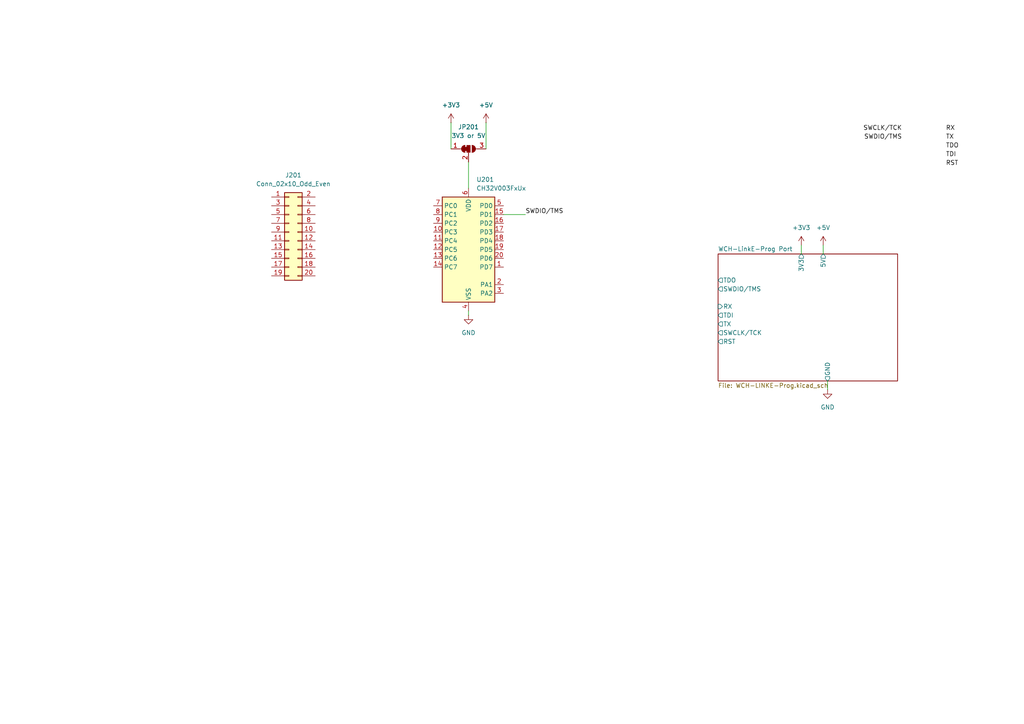
<source format=kicad_sch>
(kicad_sch
	(version 20250114)
	(generator "eeschema")
	(generator_version "9.0")
	(uuid "4917f8aa-5786-4131-ae0c-48bfe8480b82")
	(paper "A4")
	(title_block
		(title "CHeepCore")
		(date "2025-08-06")
		(rev "0.0.1a")
		(company "VollständigerName")
		(comment 1 "github.com/VollstaendigerName")
		(comment 4 "CH32V003")
	)
	(lib_symbols
		(symbol "Connector_Generic:Conn_02x10_Odd_Even"
			(pin_names
				(offset 1.016)
				(hide yes)
			)
			(exclude_from_sim no)
			(in_bom yes)
			(on_board yes)
			(property "Reference" "J"
				(at 1.27 12.7 0)
				(effects
					(font
						(size 1.27 1.27)
					)
				)
			)
			(property "Value" "Conn_02x10_Odd_Even"
				(at 1.27 -15.24 0)
				(effects
					(font
						(size 1.27 1.27)
					)
				)
			)
			(property "Footprint" ""
				(at 0 0 0)
				(effects
					(font
						(size 1.27 1.27)
					)
					(hide yes)
				)
			)
			(property "Datasheet" "~"
				(at 0 0 0)
				(effects
					(font
						(size 1.27 1.27)
					)
					(hide yes)
				)
			)
			(property "Description" "Generic connector, double row, 02x10, odd/even pin numbering scheme (row 1 odd numbers, row 2 even numbers), script generated (kicad-library-utils/schlib/autogen/connector/)"
				(at 0 0 0)
				(effects
					(font
						(size 1.27 1.27)
					)
					(hide yes)
				)
			)
			(property "ki_keywords" "connector"
				(at 0 0 0)
				(effects
					(font
						(size 1.27 1.27)
					)
					(hide yes)
				)
			)
			(property "ki_fp_filters" "Connector*:*_2x??_*"
				(at 0 0 0)
				(effects
					(font
						(size 1.27 1.27)
					)
					(hide yes)
				)
			)
			(symbol "Conn_02x10_Odd_Even_1_1"
				(rectangle
					(start -1.27 11.43)
					(end 3.81 -13.97)
					(stroke
						(width 0.254)
						(type default)
					)
					(fill
						(type background)
					)
				)
				(rectangle
					(start -1.27 10.287)
					(end 0 10.033)
					(stroke
						(width 0.1524)
						(type default)
					)
					(fill
						(type none)
					)
				)
				(rectangle
					(start -1.27 7.747)
					(end 0 7.493)
					(stroke
						(width 0.1524)
						(type default)
					)
					(fill
						(type none)
					)
				)
				(rectangle
					(start -1.27 5.207)
					(end 0 4.953)
					(stroke
						(width 0.1524)
						(type default)
					)
					(fill
						(type none)
					)
				)
				(rectangle
					(start -1.27 2.667)
					(end 0 2.413)
					(stroke
						(width 0.1524)
						(type default)
					)
					(fill
						(type none)
					)
				)
				(rectangle
					(start -1.27 0.127)
					(end 0 -0.127)
					(stroke
						(width 0.1524)
						(type default)
					)
					(fill
						(type none)
					)
				)
				(rectangle
					(start -1.27 -2.413)
					(end 0 -2.667)
					(stroke
						(width 0.1524)
						(type default)
					)
					(fill
						(type none)
					)
				)
				(rectangle
					(start -1.27 -4.953)
					(end 0 -5.207)
					(stroke
						(width 0.1524)
						(type default)
					)
					(fill
						(type none)
					)
				)
				(rectangle
					(start -1.27 -7.493)
					(end 0 -7.747)
					(stroke
						(width 0.1524)
						(type default)
					)
					(fill
						(type none)
					)
				)
				(rectangle
					(start -1.27 -10.033)
					(end 0 -10.287)
					(stroke
						(width 0.1524)
						(type default)
					)
					(fill
						(type none)
					)
				)
				(rectangle
					(start -1.27 -12.573)
					(end 0 -12.827)
					(stroke
						(width 0.1524)
						(type default)
					)
					(fill
						(type none)
					)
				)
				(rectangle
					(start 3.81 10.287)
					(end 2.54 10.033)
					(stroke
						(width 0.1524)
						(type default)
					)
					(fill
						(type none)
					)
				)
				(rectangle
					(start 3.81 7.747)
					(end 2.54 7.493)
					(stroke
						(width 0.1524)
						(type default)
					)
					(fill
						(type none)
					)
				)
				(rectangle
					(start 3.81 5.207)
					(end 2.54 4.953)
					(stroke
						(width 0.1524)
						(type default)
					)
					(fill
						(type none)
					)
				)
				(rectangle
					(start 3.81 2.667)
					(end 2.54 2.413)
					(stroke
						(width 0.1524)
						(type default)
					)
					(fill
						(type none)
					)
				)
				(rectangle
					(start 3.81 0.127)
					(end 2.54 -0.127)
					(stroke
						(width 0.1524)
						(type default)
					)
					(fill
						(type none)
					)
				)
				(rectangle
					(start 3.81 -2.413)
					(end 2.54 -2.667)
					(stroke
						(width 0.1524)
						(type default)
					)
					(fill
						(type none)
					)
				)
				(rectangle
					(start 3.81 -4.953)
					(end 2.54 -5.207)
					(stroke
						(width 0.1524)
						(type default)
					)
					(fill
						(type none)
					)
				)
				(rectangle
					(start 3.81 -7.493)
					(end 2.54 -7.747)
					(stroke
						(width 0.1524)
						(type default)
					)
					(fill
						(type none)
					)
				)
				(rectangle
					(start 3.81 -10.033)
					(end 2.54 -10.287)
					(stroke
						(width 0.1524)
						(type default)
					)
					(fill
						(type none)
					)
				)
				(rectangle
					(start 3.81 -12.573)
					(end 2.54 -12.827)
					(stroke
						(width 0.1524)
						(type default)
					)
					(fill
						(type none)
					)
				)
				(pin passive line
					(at -5.08 10.16 0)
					(length 3.81)
					(name "Pin_1"
						(effects
							(font
								(size 1.27 1.27)
							)
						)
					)
					(number "1"
						(effects
							(font
								(size 1.27 1.27)
							)
						)
					)
				)
				(pin passive line
					(at -5.08 7.62 0)
					(length 3.81)
					(name "Pin_3"
						(effects
							(font
								(size 1.27 1.27)
							)
						)
					)
					(number "3"
						(effects
							(font
								(size 1.27 1.27)
							)
						)
					)
				)
				(pin passive line
					(at -5.08 5.08 0)
					(length 3.81)
					(name "Pin_5"
						(effects
							(font
								(size 1.27 1.27)
							)
						)
					)
					(number "5"
						(effects
							(font
								(size 1.27 1.27)
							)
						)
					)
				)
				(pin passive line
					(at -5.08 2.54 0)
					(length 3.81)
					(name "Pin_7"
						(effects
							(font
								(size 1.27 1.27)
							)
						)
					)
					(number "7"
						(effects
							(font
								(size 1.27 1.27)
							)
						)
					)
				)
				(pin passive line
					(at -5.08 0 0)
					(length 3.81)
					(name "Pin_9"
						(effects
							(font
								(size 1.27 1.27)
							)
						)
					)
					(number "9"
						(effects
							(font
								(size 1.27 1.27)
							)
						)
					)
				)
				(pin passive line
					(at -5.08 -2.54 0)
					(length 3.81)
					(name "Pin_11"
						(effects
							(font
								(size 1.27 1.27)
							)
						)
					)
					(number "11"
						(effects
							(font
								(size 1.27 1.27)
							)
						)
					)
				)
				(pin passive line
					(at -5.08 -5.08 0)
					(length 3.81)
					(name "Pin_13"
						(effects
							(font
								(size 1.27 1.27)
							)
						)
					)
					(number "13"
						(effects
							(font
								(size 1.27 1.27)
							)
						)
					)
				)
				(pin passive line
					(at -5.08 -7.62 0)
					(length 3.81)
					(name "Pin_15"
						(effects
							(font
								(size 1.27 1.27)
							)
						)
					)
					(number "15"
						(effects
							(font
								(size 1.27 1.27)
							)
						)
					)
				)
				(pin passive line
					(at -5.08 -10.16 0)
					(length 3.81)
					(name "Pin_17"
						(effects
							(font
								(size 1.27 1.27)
							)
						)
					)
					(number "17"
						(effects
							(font
								(size 1.27 1.27)
							)
						)
					)
				)
				(pin passive line
					(at -5.08 -12.7 0)
					(length 3.81)
					(name "Pin_19"
						(effects
							(font
								(size 1.27 1.27)
							)
						)
					)
					(number "19"
						(effects
							(font
								(size 1.27 1.27)
							)
						)
					)
				)
				(pin passive line
					(at 7.62 10.16 180)
					(length 3.81)
					(name "Pin_2"
						(effects
							(font
								(size 1.27 1.27)
							)
						)
					)
					(number "2"
						(effects
							(font
								(size 1.27 1.27)
							)
						)
					)
				)
				(pin passive line
					(at 7.62 7.62 180)
					(length 3.81)
					(name "Pin_4"
						(effects
							(font
								(size 1.27 1.27)
							)
						)
					)
					(number "4"
						(effects
							(font
								(size 1.27 1.27)
							)
						)
					)
				)
				(pin passive line
					(at 7.62 5.08 180)
					(length 3.81)
					(name "Pin_6"
						(effects
							(font
								(size 1.27 1.27)
							)
						)
					)
					(number "6"
						(effects
							(font
								(size 1.27 1.27)
							)
						)
					)
				)
				(pin passive line
					(at 7.62 2.54 180)
					(length 3.81)
					(name "Pin_8"
						(effects
							(font
								(size 1.27 1.27)
							)
						)
					)
					(number "8"
						(effects
							(font
								(size 1.27 1.27)
							)
						)
					)
				)
				(pin passive line
					(at 7.62 0 180)
					(length 3.81)
					(name "Pin_10"
						(effects
							(font
								(size 1.27 1.27)
							)
						)
					)
					(number "10"
						(effects
							(font
								(size 1.27 1.27)
							)
						)
					)
				)
				(pin passive line
					(at 7.62 -2.54 180)
					(length 3.81)
					(name "Pin_12"
						(effects
							(font
								(size 1.27 1.27)
							)
						)
					)
					(number "12"
						(effects
							(font
								(size 1.27 1.27)
							)
						)
					)
				)
				(pin passive line
					(at 7.62 -5.08 180)
					(length 3.81)
					(name "Pin_14"
						(effects
							(font
								(size 1.27 1.27)
							)
						)
					)
					(number "14"
						(effects
							(font
								(size 1.27 1.27)
							)
						)
					)
				)
				(pin passive line
					(at 7.62 -7.62 180)
					(length 3.81)
					(name "Pin_16"
						(effects
							(font
								(size 1.27 1.27)
							)
						)
					)
					(number "16"
						(effects
							(font
								(size 1.27 1.27)
							)
						)
					)
				)
				(pin passive line
					(at 7.62 -10.16 180)
					(length 3.81)
					(name "Pin_18"
						(effects
							(font
								(size 1.27 1.27)
							)
						)
					)
					(number "18"
						(effects
							(font
								(size 1.27 1.27)
							)
						)
					)
				)
				(pin passive line
					(at 7.62 -12.7 180)
					(length 3.81)
					(name "Pin_20"
						(effects
							(font
								(size 1.27 1.27)
							)
						)
					)
					(number "20"
						(effects
							(font
								(size 1.27 1.27)
							)
						)
					)
				)
			)
			(embedded_fonts no)
		)
		(symbol "Jumper:SolderJumper_3_Bridged12"
			(pin_names
				(offset 0)
				(hide yes)
			)
			(exclude_from_sim yes)
			(in_bom no)
			(on_board yes)
			(property "Reference" "JP"
				(at -2.54 -2.54 0)
				(effects
					(font
						(size 1.27 1.27)
					)
				)
			)
			(property "Value" "SolderJumper_3_Bridged12"
				(at 0 2.794 0)
				(effects
					(font
						(size 1.27 1.27)
					)
				)
			)
			(property "Footprint" ""
				(at 0 0 0)
				(effects
					(font
						(size 1.27 1.27)
					)
					(hide yes)
				)
			)
			(property "Datasheet" "~"
				(at 0 0 0)
				(effects
					(font
						(size 1.27 1.27)
					)
					(hide yes)
				)
			)
			(property "Description" "3-pole Solder Jumper, pins 1+2 closed/bridged"
				(at 0 0 0)
				(effects
					(font
						(size 1.27 1.27)
					)
					(hide yes)
				)
			)
			(property "ki_keywords" "Solder Jumper SPDT"
				(at 0 0 0)
				(effects
					(font
						(size 1.27 1.27)
					)
					(hide yes)
				)
			)
			(property "ki_fp_filters" "SolderJumper*Bridged12*"
				(at 0 0 0)
				(effects
					(font
						(size 1.27 1.27)
					)
					(hide yes)
				)
			)
			(symbol "SolderJumper_3_Bridged12_0_1"
				(polyline
					(pts
						(xy -2.54 0) (xy -2.032 0)
					)
					(stroke
						(width 0)
						(type default)
					)
					(fill
						(type none)
					)
				)
				(polyline
					(pts
						(xy -1.016 1.016) (xy -1.016 -1.016)
					)
					(stroke
						(width 0)
						(type default)
					)
					(fill
						(type none)
					)
				)
				(rectangle
					(start -1.016 0.508)
					(end -0.508 -0.508)
					(stroke
						(width 0)
						(type default)
					)
					(fill
						(type outline)
					)
				)
				(arc
					(start -1.016 -1.016)
					(mid -2.0276 0)
					(end -1.016 1.016)
					(stroke
						(width 0)
						(type default)
					)
					(fill
						(type none)
					)
				)
				(arc
					(start -1.016 -1.016)
					(mid -2.0276 0)
					(end -1.016 1.016)
					(stroke
						(width 0)
						(type default)
					)
					(fill
						(type outline)
					)
				)
				(rectangle
					(start -0.508 1.016)
					(end 0.508 -1.016)
					(stroke
						(width 0)
						(type default)
					)
					(fill
						(type outline)
					)
				)
				(polyline
					(pts
						(xy 0 -1.27) (xy 0 -1.016)
					)
					(stroke
						(width 0)
						(type default)
					)
					(fill
						(type none)
					)
				)
				(arc
					(start 1.016 1.016)
					(mid 2.0276 0)
					(end 1.016 -1.016)
					(stroke
						(width 0)
						(type default)
					)
					(fill
						(type none)
					)
				)
				(arc
					(start 1.016 1.016)
					(mid 2.0276 0)
					(end 1.016 -1.016)
					(stroke
						(width 0)
						(type default)
					)
					(fill
						(type outline)
					)
				)
				(polyline
					(pts
						(xy 1.016 1.016) (xy 1.016 -1.016)
					)
					(stroke
						(width 0)
						(type default)
					)
					(fill
						(type none)
					)
				)
				(polyline
					(pts
						(xy 2.54 0) (xy 2.032 0)
					)
					(stroke
						(width 0)
						(type default)
					)
					(fill
						(type none)
					)
				)
			)
			(symbol "SolderJumper_3_Bridged12_1_1"
				(pin passive line
					(at -5.08 0 0)
					(length 2.54)
					(name "A"
						(effects
							(font
								(size 1.27 1.27)
							)
						)
					)
					(number "1"
						(effects
							(font
								(size 1.27 1.27)
							)
						)
					)
				)
				(pin passive line
					(at 0 -3.81 90)
					(length 2.54)
					(name "C"
						(effects
							(font
								(size 1.27 1.27)
							)
						)
					)
					(number "2"
						(effects
							(font
								(size 1.27 1.27)
							)
						)
					)
				)
				(pin passive line
					(at 5.08 0 180)
					(length 2.54)
					(name "B"
						(effects
							(font
								(size 1.27 1.27)
							)
						)
					)
					(number "3"
						(effects
							(font
								(size 1.27 1.27)
							)
						)
					)
				)
			)
			(embedded_fonts no)
		)
		(symbol "MCU_WCH_CH32V0:CH32V003FxUx"
			(exclude_from_sim no)
			(in_bom yes)
			(on_board yes)
			(property "Reference" "U"
				(at -7.62 17.78 0)
				(effects
					(font
						(size 1.27 1.27)
					)
				)
			)
			(property "Value" "CH32V003FxUx"
				(at 7.62 17.78 0)
				(effects
					(font
						(size 1.27 1.27)
					)
				)
			)
			(property "Footprint" "Package_DFN_QFN:QFN-20-1EP_3x3mm_P0.4mm_EP1.65x1.65mm"
				(at -1.27 0 0)
				(effects
					(font
						(size 1.27 1.27)
					)
					(hide yes)
				)
			)
			(property "Datasheet" "https://www.wch-ic.com/products/CH32V003.html"
				(at -1.27 0 0)
				(effects
					(font
						(size 1.27 1.27)
					)
					(hide yes)
				)
			)
			(property "Description" "CH32V003 series are industrial-grade general-purpose microcontrollers designed based on 32-bit RISC-V instruction set and architecture. It adopts QingKe V2A core, RV32EC instruction set, and supports 2 levels of interrupt nesting. The series are mounted with rich peripheral interfaces and function modules. Its internal organizational structure meets the low-cost and low-power embedded application scenarios."
				(at 0 0 0)
				(effects
					(font
						(size 1.27 1.27)
					)
					(hide yes)
				)
			)
			(property "ki_keywords" "microcontroller wch RISC-V"
				(at 0 0 0)
				(effects
					(font
						(size 1.27 1.27)
					)
					(hide yes)
				)
			)
			(property "ki_fp_filters" "QFN*1EP*3x3mm*P0.4mm*EP1.65x1.65mm*"
				(at 0 0 0)
				(effects
					(font
						(size 1.27 1.27)
					)
					(hide yes)
				)
			)
			(symbol "CH32V003FxUx_1_1"
				(rectangle
					(start -7.62 15.24)
					(end 7.62 -15.24)
					(stroke
						(width 0.254)
						(type default)
					)
					(fill
						(type background)
					)
				)
				(pin bidirectional line
					(at -10.16 12.7 0)
					(length 2.54)
					(name "PC0"
						(effects
							(font
								(size 1.27 1.27)
							)
						)
					)
					(number "7"
						(effects
							(font
								(size 1.27 1.27)
							)
						)
					)
					(alternate "NSS_1" bidirectional line)
					(alternate "T1CH3_1" bidirectional line)
					(alternate "T2CH3" bidirectional line)
					(alternate "T2CH3_2" bidirectional line)
					(alternate "UTX_3" bidirectional line)
				)
				(pin bidirectional line
					(at -10.16 10.16 0)
					(length 2.54)
					(name "PC1"
						(effects
							(font
								(size 1.27 1.27)
							)
						)
					)
					(number "8"
						(effects
							(font
								(size 1.27 1.27)
							)
						)
					)
					(alternate "NSS" bidirectional line)
					(alternate "SDA" bidirectional line)
					(alternate "T1BKIN_1" bidirectional line)
					(alternate "T1BKIN_3" bidirectional line)
					(alternate "T2CH1ETR_2" bidirectional line)
					(alternate "T2CH1ETR_3" bidirectional line)
					(alternate "T2CH4_1" bidirectional line)
					(alternate "URX_3" bidirectional line)
				)
				(pin bidirectional line
					(at -10.16 7.62 0)
					(length 2.54)
					(name "PC2"
						(effects
							(font
								(size 1.27 1.27)
							)
						)
					)
					(number "9"
						(effects
							(font
								(size 1.27 1.27)
							)
						)
					)
					(alternate "AETR_1" bidirectional line)
					(alternate "SCL" bidirectional line)
					(alternate "T1BKIN" bidirectional line)
					(alternate "T1BKIN_2" bidirectional line)
					(alternate "T1ETR_3" bidirectional line)
					(alternate "T2CH2_1" bidirectional line)
					(alternate "URTS" bidirectional line)
					(alternate "URTS_1" bidirectional line)
				)
				(pin bidirectional line
					(at -10.16 5.08 0)
					(length 2.54)
					(name "PC3"
						(effects
							(font
								(size 1.27 1.27)
							)
						)
					)
					(number "10"
						(effects
							(font
								(size 1.27 1.27)
							)
						)
					)
					(alternate "T1CH1N_1" bidirectional line)
					(alternate "T1CH1N_3" bidirectional line)
					(alternate "T1CH3" bidirectional line)
					(alternate "T1CH3_2" bidirectional line)
					(alternate "UCTS_1" bidirectional line)
				)
				(pin bidirectional line
					(at -10.16 2.54 0)
					(length 2.54)
					(name "PC4"
						(effects
							(font
								(size 1.27 1.27)
							)
						)
					)
					(number "11"
						(effects
							(font
								(size 1.27 1.27)
							)
						)
					)
					(alternate "A2" bidirectional line)
					(alternate "MCO" bidirectional line)
					(alternate "T1CH1_3" bidirectional line)
					(alternate "T1CH2N_1" bidirectional line)
					(alternate "T1CH4" bidirectional line)
					(alternate "T1CH4_2" bidirectional line)
				)
				(pin bidirectional line
					(at -10.16 0 0)
					(length 2.54)
					(name "PC5"
						(effects
							(font
								(size 1.27 1.27)
							)
						)
					)
					(number "12"
						(effects
							(font
								(size 1.27 1.27)
							)
						)
					)
					(alternate "SCK" bidirectional line)
					(alternate "SCK_1" bidirectional line)
					(alternate "SCL_2" bidirectional line)
					(alternate "SCL_3" bidirectional line)
					(alternate "T1CH3_3" bidirectional line)
					(alternate "T1ETR" bidirectional line)
					(alternate "T1ETR_1" bidirectional line)
					(alternate "T2CH1ETR_1" bidirectional line)
					(alternate "UCK_3" bidirectional line)
				)
				(pin bidirectional line
					(at -10.16 -2.54 0)
					(length 2.54)
					(name "PC6"
						(effects
							(font
								(size 1.27 1.27)
							)
						)
					)
					(number "13"
						(effects
							(font
								(size 1.27 1.27)
							)
						)
					)
					(alternate "MOSI" bidirectional line)
					(alternate "MOSI_1" bidirectional line)
					(alternate "SDA_2" bidirectional line)
					(alternate "SDA_3" bidirectional line)
					(alternate "T1CH1_1" bidirectional line)
					(alternate "T1CH3N_3" bidirectional line)
					(alternate "UCTS_2" bidirectional line)
					(alternate "UCTS_3" bidirectional line)
				)
				(pin bidirectional line
					(at -10.16 -5.08 0)
					(length 2.54)
					(name "PC7"
						(effects
							(font
								(size 1.27 1.27)
							)
						)
					)
					(number "14"
						(effects
							(font
								(size 1.27 1.27)
							)
						)
					)
					(alternate "MISO" bidirectional line)
					(alternate "MISO_1" bidirectional line)
					(alternate "T1CH2_1" bidirectional line)
					(alternate "T1CH2_3" bidirectional line)
					(alternate "T2CH2_3" bidirectional line)
					(alternate "URTS_2" bidirectional line)
					(alternate "URTS_3" bidirectional line)
				)
				(pin power_in line
					(at 0 17.78 270)
					(length 2.54)
					(name "VDD"
						(effects
							(font
								(size 1.27 1.27)
							)
						)
					)
					(number "6"
						(effects
							(font
								(size 1.27 1.27)
							)
						)
					)
				)
				(pin passive line
					(at 0 -17.78 90)
					(length 2.54)
					(hide yes)
					(name "VSS"
						(effects
							(font
								(size 1.27 1.27)
							)
						)
					)
					(number "21"
						(effects
							(font
								(size 1.27 1.27)
							)
						)
					)
				)
				(pin power_in line
					(at 0 -17.78 90)
					(length 2.54)
					(name "VSS"
						(effects
							(font
								(size 1.27 1.27)
							)
						)
					)
					(number "4"
						(effects
							(font
								(size 1.27 1.27)
							)
						)
					)
				)
				(pin bidirectional line
					(at 10.16 12.7 180)
					(length 2.54)
					(name "PD0"
						(effects
							(font
								(size 1.27 1.27)
							)
						)
					)
					(number "5"
						(effects
							(font
								(size 1.27 1.27)
							)
						)
					)
					(alternate "OPN1" bidirectional line)
					(alternate "SDA_1" bidirectional line)
					(alternate "TICH1N" bidirectional line)
					(alternate "TICH1N_2" bidirectional line)
					(alternate "UTX_1" bidirectional line)
				)
				(pin bidirectional line
					(at 10.16 10.16 180)
					(length 2.54)
					(name "PD1"
						(effects
							(font
								(size 1.27 1.27)
							)
						)
					)
					(number "15"
						(effects
							(font
								(size 1.27 1.27)
							)
						)
					)
					(alternate "AETR2" bidirectional line)
					(alternate "SCL_1" bidirectional line)
					(alternate "SWIO" bidirectional line)
					(alternate "T1CH3N" bidirectional line)
					(alternate "T1CH3N_1" bidirectional line)
					(alternate "T1CH3N_2" bidirectional line)
					(alternate "URX_1" bidirectional line)
				)
				(pin bidirectional line
					(at 10.16 7.62 180)
					(length 2.54)
					(name "PD2"
						(effects
							(font
								(size 1.27 1.27)
							)
						)
					)
					(number "16"
						(effects
							(font
								(size 1.27 1.27)
							)
						)
					)
					(alternate "A3" bidirectional line)
					(alternate "T1CH1" bidirectional line)
					(alternate "T1CH1_2" bidirectional line)
					(alternate "T1CH2N_3" bidirectional line)
					(alternate "T2CH3_1" bidirectional line)
				)
				(pin bidirectional line
					(at 10.16 5.08 180)
					(length 2.54)
					(name "PD3"
						(effects
							(font
								(size 1.27 1.27)
							)
						)
					)
					(number "17"
						(effects
							(font
								(size 1.27 1.27)
							)
						)
					)
					(alternate "A4" bidirectional line)
					(alternate "AETR" bidirectional line)
					(alternate "T1CH4_1" bidirectional line)
					(alternate "T2CH2" bidirectional line)
					(alternate "T2CH2_2" bidirectional line)
					(alternate "UCTS" bidirectional line)
				)
				(pin bidirectional line
					(at 10.16 2.54 180)
					(length 2.54)
					(name "PD4"
						(effects
							(font
								(size 1.27 1.27)
							)
						)
					)
					(number "18"
						(effects
							(font
								(size 1.27 1.27)
							)
						)
					)
					(alternate "A7" bidirectional line)
					(alternate "OPO" bidirectional line)
					(alternate "T1CH4_3" bidirectional line)
					(alternate "T2CH1ETR" bidirectional line)
					(alternate "TIETR_2" bidirectional line)
					(alternate "UCK" bidirectional line)
				)
				(pin bidirectional line
					(at 10.16 0 180)
					(length 2.54)
					(name "PD5"
						(effects
							(font
								(size 1.27 1.27)
							)
						)
					)
					(number "19"
						(effects
							(font
								(size 1.27 1.27)
							)
						)
					)
					(alternate "A5" bidirectional line)
					(alternate "T2CH4_3" bidirectional line)
					(alternate "URX_2" bidirectional line)
					(alternate "UTX" bidirectional line)
				)
				(pin bidirectional line
					(at 10.16 -2.54 180)
					(length 2.54)
					(name "PD6"
						(effects
							(font
								(size 1.27 1.27)
							)
						)
					)
					(number "20"
						(effects
							(font
								(size 1.27 1.27)
							)
						)
					)
					(alternate "A6" bidirectional line)
					(alternate "T2CH3_3" bidirectional line)
					(alternate "URX" bidirectional line)
					(alternate "UTX_2" bidirectional line)
				)
				(pin bidirectional line
					(at 10.16 -5.08 180)
					(length 2.54)
					(name "PD7"
						(effects
							(font
								(size 1.27 1.27)
							)
						)
					)
					(number "1"
						(effects
							(font
								(size 1.27 1.27)
							)
						)
					)
					(alternate "NRST" bidirectional line)
					(alternate "OPP1" bidirectional line)
					(alternate "T2CH4" bidirectional line)
					(alternate "T2CH4_2" bidirectional line)
					(alternate "UCK_1" bidirectional line)
					(alternate "UCK_2" bidirectional line)
				)
				(pin bidirectional line
					(at 10.16 -10.16 180)
					(length 2.54)
					(name "PA1"
						(effects
							(font
								(size 1.27 1.27)
							)
						)
					)
					(number "2"
						(effects
							(font
								(size 1.27 1.27)
							)
						)
					)
					(alternate "A1" bidirectional line)
					(alternate "OPN0" bidirectional line)
					(alternate "OSCI" bidirectional line)
					(alternate "T1CH2" bidirectional line)
					(alternate "T1CH2_2" bidirectional line)
				)
				(pin bidirectional line
					(at 10.16 -12.7 180)
					(length 2.54)
					(name "PA2"
						(effects
							(font
								(size 1.27 1.27)
							)
						)
					)
					(number "3"
						(effects
							(font
								(size 1.27 1.27)
							)
						)
					)
					(alternate "A0" bidirectional line)
					(alternate "AETR2_1" bidirectional line)
					(alternate "OPP0" bidirectional line)
					(alternate "OSCO" bidirectional line)
					(alternate "TICH2N" bidirectional line)
					(alternate "TICH2N_2" bidirectional line)
				)
			)
			(embedded_fonts no)
		)
		(symbol "power:+3V3"
			(power)
			(pin_numbers
				(hide yes)
			)
			(pin_names
				(offset 0)
				(hide yes)
			)
			(exclude_from_sim no)
			(in_bom yes)
			(on_board yes)
			(property "Reference" "#PWR"
				(at 0 -3.81 0)
				(effects
					(font
						(size 1.27 1.27)
					)
					(hide yes)
				)
			)
			(property "Value" "+3V3"
				(at 0 3.556 0)
				(effects
					(font
						(size 1.27 1.27)
					)
				)
			)
			(property "Footprint" ""
				(at 0 0 0)
				(effects
					(font
						(size 1.27 1.27)
					)
					(hide yes)
				)
			)
			(property "Datasheet" ""
				(at 0 0 0)
				(effects
					(font
						(size 1.27 1.27)
					)
					(hide yes)
				)
			)
			(property "Description" "Power symbol creates a global label with name \"+3V3\""
				(at 0 0 0)
				(effects
					(font
						(size 1.27 1.27)
					)
					(hide yes)
				)
			)
			(property "ki_keywords" "global power"
				(at 0 0 0)
				(effects
					(font
						(size 1.27 1.27)
					)
					(hide yes)
				)
			)
			(symbol "+3V3_0_1"
				(polyline
					(pts
						(xy -0.762 1.27) (xy 0 2.54)
					)
					(stroke
						(width 0)
						(type default)
					)
					(fill
						(type none)
					)
				)
				(polyline
					(pts
						(xy 0 2.54) (xy 0.762 1.27)
					)
					(stroke
						(width 0)
						(type default)
					)
					(fill
						(type none)
					)
				)
				(polyline
					(pts
						(xy 0 0) (xy 0 2.54)
					)
					(stroke
						(width 0)
						(type default)
					)
					(fill
						(type none)
					)
				)
			)
			(symbol "+3V3_1_1"
				(pin power_in line
					(at 0 0 90)
					(length 0)
					(name "~"
						(effects
							(font
								(size 1.27 1.27)
							)
						)
					)
					(number "1"
						(effects
							(font
								(size 1.27 1.27)
							)
						)
					)
				)
			)
			(embedded_fonts no)
		)
		(symbol "power:+5V"
			(power)
			(pin_numbers
				(hide yes)
			)
			(pin_names
				(offset 0)
				(hide yes)
			)
			(exclude_from_sim no)
			(in_bom yes)
			(on_board yes)
			(property "Reference" "#PWR"
				(at 0 -3.81 0)
				(effects
					(font
						(size 1.27 1.27)
					)
					(hide yes)
				)
			)
			(property "Value" "+5V"
				(at 0 3.556 0)
				(effects
					(font
						(size 1.27 1.27)
					)
				)
			)
			(property "Footprint" ""
				(at 0 0 0)
				(effects
					(font
						(size 1.27 1.27)
					)
					(hide yes)
				)
			)
			(property "Datasheet" ""
				(at 0 0 0)
				(effects
					(font
						(size 1.27 1.27)
					)
					(hide yes)
				)
			)
			(property "Description" "Power symbol creates a global label with name \"+5V\""
				(at 0 0 0)
				(effects
					(font
						(size 1.27 1.27)
					)
					(hide yes)
				)
			)
			(property "ki_keywords" "global power"
				(at 0 0 0)
				(effects
					(font
						(size 1.27 1.27)
					)
					(hide yes)
				)
			)
			(symbol "+5V_0_1"
				(polyline
					(pts
						(xy -0.762 1.27) (xy 0 2.54)
					)
					(stroke
						(width 0)
						(type default)
					)
					(fill
						(type none)
					)
				)
				(polyline
					(pts
						(xy 0 2.54) (xy 0.762 1.27)
					)
					(stroke
						(width 0)
						(type default)
					)
					(fill
						(type none)
					)
				)
				(polyline
					(pts
						(xy 0 0) (xy 0 2.54)
					)
					(stroke
						(width 0)
						(type default)
					)
					(fill
						(type none)
					)
				)
			)
			(symbol "+5V_1_1"
				(pin power_in line
					(at 0 0 90)
					(length 0)
					(name "~"
						(effects
							(font
								(size 1.27 1.27)
							)
						)
					)
					(number "1"
						(effects
							(font
								(size 1.27 1.27)
							)
						)
					)
				)
			)
			(embedded_fonts no)
		)
		(symbol "power:GND"
			(power)
			(pin_numbers
				(hide yes)
			)
			(pin_names
				(offset 0)
				(hide yes)
			)
			(exclude_from_sim no)
			(in_bom yes)
			(on_board yes)
			(property "Reference" "#PWR"
				(at 0 -6.35 0)
				(effects
					(font
						(size 1.27 1.27)
					)
					(hide yes)
				)
			)
			(property "Value" "GND"
				(at 0 -3.81 0)
				(effects
					(font
						(size 1.27 1.27)
					)
				)
			)
			(property "Footprint" ""
				(at 0 0 0)
				(effects
					(font
						(size 1.27 1.27)
					)
					(hide yes)
				)
			)
			(property "Datasheet" ""
				(at 0 0 0)
				(effects
					(font
						(size 1.27 1.27)
					)
					(hide yes)
				)
			)
			(property "Description" "Power symbol creates a global label with name \"GND\" , ground"
				(at 0 0 0)
				(effects
					(font
						(size 1.27 1.27)
					)
					(hide yes)
				)
			)
			(property "ki_keywords" "global power"
				(at 0 0 0)
				(effects
					(font
						(size 1.27 1.27)
					)
					(hide yes)
				)
			)
			(symbol "GND_0_1"
				(polyline
					(pts
						(xy 0 0) (xy 0 -1.27) (xy 1.27 -1.27) (xy 0 -2.54) (xy -1.27 -1.27) (xy 0 -1.27)
					)
					(stroke
						(width 0)
						(type default)
					)
					(fill
						(type none)
					)
				)
			)
			(symbol "GND_1_1"
				(pin power_in line
					(at 0 0 270)
					(length 0)
					(name "~"
						(effects
							(font
								(size 1.27 1.27)
							)
						)
					)
					(number "1"
						(effects
							(font
								(size 1.27 1.27)
							)
						)
					)
				)
			)
			(embedded_fonts no)
		)
	)
	(wire
		(pts
			(xy 135.89 46.99) (xy 135.89 54.61)
		)
		(stroke
			(width 0)
			(type default)
		)
		(uuid "2ac8572d-e2c9-4845-b6c5-82a129dfc318")
	)
	(wire
		(pts
			(xy 140.97 35.56) (xy 140.97 43.18)
		)
		(stroke
			(width 0)
			(type default)
		)
		(uuid "3a0085a3-4fc6-47f8-a88b-972f4e0da1eb")
	)
	(wire
		(pts
			(xy 135.89 90.17) (xy 135.89 91.44)
		)
		(stroke
			(width 0)
			(type default)
		)
		(uuid "402cabab-70e8-4eb8-9405-0e8a1cdaf8c8")
	)
	(wire
		(pts
			(xy 238.76 71.12) (xy 238.76 73.66)
		)
		(stroke
			(width 0)
			(type default)
		)
		(uuid "6c30bab4-7caf-4c27-b46c-ea21f9a4e9ca")
	)
	(wire
		(pts
			(xy 240.03 110.49) (xy 240.03 113.03)
		)
		(stroke
			(width 0)
			(type default)
		)
		(uuid "d5ba7710-4606-41ab-aa7a-6445abdb3fd2")
	)
	(wire
		(pts
			(xy 146.05 62.23) (xy 152.4 62.23)
		)
		(stroke
			(width 0)
			(type default)
		)
		(uuid "e657a2b7-f523-45ac-82a6-f83bdec64f11")
	)
	(wire
		(pts
			(xy 130.81 35.56) (xy 130.81 43.18)
		)
		(stroke
			(width 0)
			(type default)
		)
		(uuid "f0af3a1e-fa6f-430c-bfe3-d3f5cec1c8a4")
	)
	(wire
		(pts
			(xy 232.41 71.12) (xy 232.41 73.66)
		)
		(stroke
			(width 0)
			(type default)
		)
		(uuid "fb8c58b3-d4a4-4e54-9505-99adcfa6e233")
	)
	(label "RX"
		(at 274.32 38.1 0)
		(effects
			(font
				(size 1.27 1.27)
			)
			(justify left bottom)
		)
		(uuid "0cc81d17-aa5a-4d8a-b562-7668c8289938")
	)
	(label "TDO"
		(at 274.32 43.18 0)
		(effects
			(font
				(size 1.27 1.27)
			)
			(justify left bottom)
		)
		(uuid "2ae91fc5-860d-40c0-99d3-c280f1f17b05")
	)
	(label "RST"
		(at 274.32 48.26 0)
		(effects
			(font
				(size 1.27 1.27)
			)
			(justify left bottom)
		)
		(uuid "4aa84c98-f824-4fb2-a1ce-d027bcdf9a65")
	)
	(label "SWCLK{slash}TCK"
		(at 261.62 38.1 180)
		(effects
			(font
				(size 1.27 1.27)
			)
			(justify right bottom)
		)
		(uuid "63288a04-0aea-4189-811d-ddc397865db6")
	)
	(label "TX"
		(at 274.32 40.64 0)
		(effects
			(font
				(size 1.27 1.27)
			)
			(justify left bottom)
		)
		(uuid "647d4be5-ff99-484d-afa8-1bc783cbfd67")
	)
	(label "SWDIO{slash}TMS"
		(at 152.4 62.23 0)
		(effects
			(font
				(size 1.27 1.27)
			)
			(justify left bottom)
		)
		(uuid "872ef08f-c609-4b70-a76e-ef98d34accfc")
	)
	(label "TDI"
		(at 274.32 45.72 0)
		(effects
			(font
				(size 1.27 1.27)
			)
			(justify left bottom)
		)
		(uuid "ae292c98-0abc-4f31-96b8-c1b3fa847d35")
	)
	(label "SWDIO{slash}TMS"
		(at 261.62 40.64 180)
		(effects
			(font
				(size 1.27 1.27)
			)
			(justify right bottom)
		)
		(uuid "aedfcdd9-6ddc-47f1-898e-435961a1af45")
	)
	(symbol
		(lib_id "MCU_WCH_CH32V0:CH32V003FxUx")
		(at 135.89 72.39 0)
		(unit 1)
		(exclude_from_sim no)
		(in_bom yes)
		(on_board yes)
		(dnp no)
		(fields_autoplaced yes)
		(uuid "1066608f-4138-41c4-b9e7-edb8bc96a2aa")
		(property "Reference" "U201"
			(at 138.1551 52.07 0)
			(effects
				(font
					(size 1.27 1.27)
				)
				(justify left)
			)
		)
		(property "Value" "CH32V003FxUx"
			(at 138.1551 54.61 0)
			(effects
				(font
					(size 1.27 1.27)
				)
				(justify left)
			)
		)
		(property "Footprint" "Package_DFN_QFN:QFN-20-1EP_3x3mm_P0.4mm_EP1.65x1.65mm"
			(at 134.62 72.39 0)
			(effects
				(font
					(size 1.27 1.27)
				)
				(hide yes)
			)
		)
		(property "Datasheet" "https://www.wch-ic.com/products/CH32V003.html"
			(at 134.62 72.39 0)
			(effects
				(font
					(size 1.27 1.27)
				)
				(hide yes)
			)
		)
		(property "Description" "CH32V003 series are industrial-grade general-purpose microcontrollers designed based on 32-bit RISC-V instruction set and architecture. It adopts QingKe V2A core, RV32EC instruction set, and supports 2 levels of interrupt nesting. The series are mounted with rich peripheral interfaces and function modules. Its internal organizational structure meets the low-cost and low-power embedded application scenarios."
			(at 135.89 72.39 0)
			(effects
				(font
					(size 1.27 1.27)
				)
				(hide yes)
			)
		)
		(pin "17"
			(uuid "9b5fb873-ae7b-4385-b643-a3efaaad22fb")
		)
		(pin "8"
			(uuid "ea4003e7-8a01-43e4-bf53-2d25273e5f66")
		)
		(pin "6"
			(uuid "36e594dc-b5ca-4afc-a218-c392ad3f5ed7")
		)
		(pin "21"
			(uuid "a1599fbb-e89a-4858-a5ff-d3964316351b")
		)
		(pin "15"
			(uuid "7353caae-b971-4341-8d3c-a7c9de6db6b1")
		)
		(pin "7"
			(uuid "894d25f6-8233-41e6-8d5b-7d7bbc52c8a8")
		)
		(pin "9"
			(uuid "7e581cc5-f9b0-4305-b08d-a665d03ad2e5")
		)
		(pin "10"
			(uuid "8c4b8df6-fd9d-4aa7-b5e8-b89758aab8b0")
		)
		(pin "11"
			(uuid "58fca785-d5b7-4985-b868-5cab4d1be91e")
		)
		(pin "12"
			(uuid "873ad9a3-c0d4-42ed-9e45-d3504728a912")
		)
		(pin "13"
			(uuid "12df0930-7c32-4fd4-94c8-1ec2ba1ba001")
		)
		(pin "5"
			(uuid "47d850fe-a373-43a5-b674-e06cdfd8acae")
		)
		(pin "14"
			(uuid "905617f1-de0f-47cb-978c-7c2a4520e8a1")
		)
		(pin "4"
			(uuid "f88c4817-c99b-48bf-a4ab-876ec28651b7")
		)
		(pin "16"
			(uuid "02cda4e3-2883-4174-bdb2-088692144611")
		)
		(pin "18"
			(uuid "c017392a-df73-4dc7-b5f4-1bc3af5538c8")
		)
		(pin "19"
			(uuid "6962f31e-e864-450c-8258-f2795855d5cc")
		)
		(pin "20"
			(uuid "23dcd52d-5874-4cf9-84c6-9623779e3c48")
		)
		(pin "1"
			(uuid "623c4f70-08d4-4809-91af-938f35ec400c")
		)
		(pin "3"
			(uuid "e7c2e768-42e9-4391-9686-ad97f9c9e1e3")
		)
		(pin "2"
			(uuid "86f11c0c-fdb4-45ea-867d-41684278c2eb")
		)
		(instances
			(project ""
				(path "/1a6f5452-e688-4341-937f-30ed63281f98/6c087627-172a-4de9-acf0-6bb04bdd5209"
					(reference "U201")
					(unit 1)
				)
			)
		)
	)
	(symbol
		(lib_id "Jumper:SolderJumper_3_Bridged12")
		(at 135.89 43.18 0)
		(unit 1)
		(exclude_from_sim yes)
		(in_bom no)
		(on_board yes)
		(dnp no)
		(fields_autoplaced yes)
		(uuid "110f1978-8f39-43c5-a2c6-c76ff26fcf7d")
		(property "Reference" "JP201"
			(at 135.89 36.83 0)
			(effects
				(font
					(size 1.27 1.27)
				)
			)
		)
		(property "Value" "3V3 or 5V"
			(at 135.89 39.37 0)
			(effects
				(font
					(size 1.27 1.27)
				)
			)
		)
		(property "Footprint" "Jumper:SolderJumper-3_P1.3mm_Bridged123_RoundedPad1.0x1.5mm"
			(at 135.89 43.18 0)
			(effects
				(font
					(size 1.27 1.27)
				)
				(hide yes)
			)
		)
		(property "Datasheet" "~"
			(at 135.89 43.18 0)
			(effects
				(font
					(size 1.27 1.27)
				)
				(hide yes)
			)
		)
		(property "Description" "3-pole Solder Jumper, pins 1+2 closed/bridged"
			(at 135.89 43.18 0)
			(effects
				(font
					(size 1.27 1.27)
				)
				(hide yes)
			)
		)
		(pin "2"
			(uuid "64c23bba-70d9-423c-9e2b-195108ced2a3")
		)
		(pin "3"
			(uuid "4c8bdc0d-abd6-4d56-9433-ae1b39b0a845")
		)
		(pin "1"
			(uuid "e2525f74-0ad2-48f4-bb0e-01eb400f17c0")
		)
		(instances
			(project ""
				(path "/1a6f5452-e688-4341-937f-30ed63281f98/6c087627-172a-4de9-acf0-6bb04bdd5209"
					(reference "JP201")
					(unit 1)
				)
			)
		)
	)
	(symbol
		(lib_id "power:+5V")
		(at 140.97 35.56 0)
		(unit 1)
		(exclude_from_sim no)
		(in_bom yes)
		(on_board yes)
		(dnp no)
		(fields_autoplaced yes)
		(uuid "19bb0a95-1ae9-4753-9191-cb95d9362a43")
		(property "Reference" "#PWR0206"
			(at 140.97 39.37 0)
			(effects
				(font
					(size 1.27 1.27)
				)
				(hide yes)
			)
		)
		(property "Value" "+5V"
			(at 140.97 30.48 0)
			(effects
				(font
					(size 1.27 1.27)
				)
			)
		)
		(property "Footprint" ""
			(at 140.97 35.56 0)
			(effects
				(font
					(size 1.27 1.27)
				)
				(hide yes)
			)
		)
		(property "Datasheet" ""
			(at 140.97 35.56 0)
			(effects
				(font
					(size 1.27 1.27)
				)
				(hide yes)
			)
		)
		(property "Description" "Power symbol creates a global label with name \"+5V\""
			(at 140.97 35.56 0)
			(effects
				(font
					(size 1.27 1.27)
				)
				(hide yes)
			)
		)
		(pin "1"
			(uuid "e896fa73-dba4-4f6f-baea-8deef1593825")
		)
		(instances
			(project "CHeepCore"
				(path "/1a6f5452-e688-4341-937f-30ed63281f98/6c087627-172a-4de9-acf0-6bb04bdd5209"
					(reference "#PWR0206")
					(unit 1)
				)
			)
		)
	)
	(symbol
		(lib_id "power:GND")
		(at 240.03 113.03 0)
		(unit 1)
		(exclude_from_sim no)
		(in_bom yes)
		(on_board yes)
		(dnp no)
		(fields_autoplaced yes)
		(uuid "74cca40b-e398-441e-956b-537f410a8c31")
		(property "Reference" "#PWR0201"
			(at 240.03 119.38 0)
			(effects
				(font
					(size 1.27 1.27)
				)
				(hide yes)
			)
		)
		(property "Value" "GND"
			(at 240.03 118.11 0)
			(effects
				(font
					(size 1.27 1.27)
				)
			)
		)
		(property "Footprint" ""
			(at 240.03 113.03 0)
			(effects
				(font
					(size 1.27 1.27)
				)
				(hide yes)
			)
		)
		(property "Datasheet" ""
			(at 240.03 113.03 0)
			(effects
				(font
					(size 1.27 1.27)
				)
				(hide yes)
			)
		)
		(property "Description" "Power symbol creates a global label with name \"GND\" , ground"
			(at 240.03 113.03 0)
			(effects
				(font
					(size 1.27 1.27)
				)
				(hide yes)
			)
		)
		(pin "1"
			(uuid "bee96a40-c904-4fd0-8be6-df6036069462")
		)
		(instances
			(project ""
				(path "/1a6f5452-e688-4341-937f-30ed63281f98/6c087627-172a-4de9-acf0-6bb04bdd5209"
					(reference "#PWR0201")
					(unit 1)
				)
			)
		)
	)
	(symbol
		(lib_id "Connector_Generic:Conn_02x10_Odd_Even")
		(at 83.82 67.31 0)
		(unit 1)
		(exclude_from_sim no)
		(in_bom yes)
		(on_board yes)
		(dnp no)
		(fields_autoplaced yes)
		(uuid "a68e207f-2f9f-4585-8f13-63c2cdc87c7d")
		(property "Reference" "J201"
			(at 85.09 50.8 0)
			(effects
				(font
					(size 1.27 1.27)
				)
			)
		)
		(property "Value" "Conn_02x10_Odd_Even"
			(at 85.09 53.34 0)
			(effects
				(font
					(size 1.27 1.27)
				)
			)
		)
		(property "Footprint" "Connector_Samtec_HSEC8:Samtec_HSEC8-110-X-X-DV-BL_2x10_P0.8mm_Edge"
			(at 83.82 67.31 0)
			(effects
				(font
					(size 1.27 1.27)
				)
				(hide yes)
			)
		)
		(property "Datasheet" "~"
			(at 83.82 67.31 0)
			(effects
				(font
					(size 1.27 1.27)
				)
				(hide yes)
			)
		)
		(property "Description" "Generic connector, double row, 02x10, odd/even pin numbering scheme (row 1 odd numbers, row 2 even numbers), script generated (kicad-library-utils/schlib/autogen/connector/)"
			(at 83.82 67.31 0)
			(effects
				(font
					(size 1.27 1.27)
				)
				(hide yes)
			)
		)
		(pin "11"
			(uuid "afeb4622-7aa1-4bd5-986b-e111c6206a7e")
		)
		(pin "2"
			(uuid "a756dbf6-f2b5-4b8b-9e9b-4d2430298a1e")
		)
		(pin "4"
			(uuid "01f25479-39d1-414d-865d-b69d0c93f282")
		)
		(pin "17"
			(uuid "890ca278-bbd9-4f9c-93b4-91ea5c27fb59")
		)
		(pin "8"
			(uuid "9e1bc0c5-b857-46c9-be6c-3528c8eb7703")
		)
		(pin "10"
			(uuid "8f618395-ba6d-4527-bb5b-86f51b80ee00")
		)
		(pin "15"
			(uuid "ba3b36f4-20c6-496c-a95a-a6686d062cab")
		)
		(pin "3"
			(uuid "de85b5a8-1918-4cf6-abbf-675e84d77b87")
		)
		(pin "5"
			(uuid "53b91859-cc2d-4484-92e6-21dd43581783")
		)
		(pin "1"
			(uuid "4bc8d31d-e1b9-47c6-bb37-e63033ac1998")
		)
		(pin "7"
			(uuid "e7ceee60-95dc-4b48-8e60-7921647de155")
		)
		(pin "9"
			(uuid "702b7b29-a61e-406f-bfda-6975c0669c19")
		)
		(pin "13"
			(uuid "7d6fd50e-937a-4e3e-abd6-4518676feb69")
		)
		(pin "19"
			(uuid "17ce7ace-46f0-4dde-b1df-a8f27bb1b7d1")
		)
		(pin "6"
			(uuid "1ce8386a-6ae5-480b-9408-e364cdb1be1e")
		)
		(pin "12"
			(uuid "fe3843ca-43ae-4713-8ff3-fd5480d1c8ae")
		)
		(pin "14"
			(uuid "56e22ba5-5ef8-425a-9f7f-fbe349023ecf")
		)
		(pin "16"
			(uuid "35d2c191-8d99-4065-a34c-606013ef6db7")
		)
		(pin "20"
			(uuid "fc9c5009-ad58-458a-8711-bc8183f2dd12")
		)
		(pin "18"
			(uuid "0d8b93e7-91c2-4500-b164-5ce1b0fdef8b")
		)
		(instances
			(project ""
				(path "/1a6f5452-e688-4341-937f-30ed63281f98/6c087627-172a-4de9-acf0-6bb04bdd5209"
					(reference "J201")
					(unit 1)
				)
			)
		)
	)
	(symbol
		(lib_id "power:+3V3")
		(at 232.41 71.12 0)
		(unit 1)
		(exclude_from_sim no)
		(in_bom yes)
		(on_board yes)
		(dnp no)
		(fields_autoplaced yes)
		(uuid "ca32bd63-a7e3-4644-8b3b-ae6aead10f17")
		(property "Reference" "#PWR0202"
			(at 232.41 74.93 0)
			(effects
				(font
					(size 1.27 1.27)
				)
				(hide yes)
			)
		)
		(property "Value" "+3V3"
			(at 232.41 66.04 0)
			(effects
				(font
					(size 1.27 1.27)
				)
			)
		)
		(property "Footprint" ""
			(at 232.41 71.12 0)
			(effects
				(font
					(size 1.27 1.27)
				)
				(hide yes)
			)
		)
		(property "Datasheet" ""
			(at 232.41 71.12 0)
			(effects
				(font
					(size 1.27 1.27)
				)
				(hide yes)
			)
		)
		(property "Description" "Power symbol creates a global label with name \"+3V3\""
			(at 232.41 71.12 0)
			(effects
				(font
					(size 1.27 1.27)
				)
				(hide yes)
			)
		)
		(pin "1"
			(uuid "d5e6c003-bd26-46b2-bf9e-bc9f6d99f293")
		)
		(instances
			(project ""
				(path "/1a6f5452-e688-4341-937f-30ed63281f98/6c087627-172a-4de9-acf0-6bb04bdd5209"
					(reference "#PWR0202")
					(unit 1)
				)
			)
		)
	)
	(symbol
		(lib_id "power:GND")
		(at 135.89 91.44 0)
		(unit 1)
		(exclude_from_sim no)
		(in_bom yes)
		(on_board yes)
		(dnp no)
		(fields_autoplaced yes)
		(uuid "cd4452b7-56c5-4db0-99c8-0ad482714994")
		(property "Reference" "#PWR0204"
			(at 135.89 97.79 0)
			(effects
				(font
					(size 1.27 1.27)
				)
				(hide yes)
			)
		)
		(property "Value" "GND"
			(at 135.89 96.52 0)
			(effects
				(font
					(size 1.27 1.27)
				)
			)
		)
		(property "Footprint" ""
			(at 135.89 91.44 0)
			(effects
				(font
					(size 1.27 1.27)
				)
				(hide yes)
			)
		)
		(property "Datasheet" ""
			(at 135.89 91.44 0)
			(effects
				(font
					(size 1.27 1.27)
				)
				(hide yes)
			)
		)
		(property "Description" "Power symbol creates a global label with name \"GND\" , ground"
			(at 135.89 91.44 0)
			(effects
				(font
					(size 1.27 1.27)
				)
				(hide yes)
			)
		)
		(pin "1"
			(uuid "c56cf451-d0e7-4a0e-877a-815c8cd62566")
		)
		(instances
			(project "CHeepCore"
				(path "/1a6f5452-e688-4341-937f-30ed63281f98/6c087627-172a-4de9-acf0-6bb04bdd5209"
					(reference "#PWR0204")
					(unit 1)
				)
			)
		)
	)
	(symbol
		(lib_id "power:+3V3")
		(at 130.81 35.56 0)
		(unit 1)
		(exclude_from_sim no)
		(in_bom yes)
		(on_board yes)
		(dnp no)
		(fields_autoplaced yes)
		(uuid "f3a622ef-1bfb-4f6b-9636-13cd0108ae15")
		(property "Reference" "#PWR0205"
			(at 130.81 39.37 0)
			(effects
				(font
					(size 1.27 1.27)
				)
				(hide yes)
			)
		)
		(property "Value" "+3V3"
			(at 130.81 30.48 0)
			(effects
				(font
					(size 1.27 1.27)
				)
			)
		)
		(property "Footprint" ""
			(at 130.81 35.56 0)
			(effects
				(font
					(size 1.27 1.27)
				)
				(hide yes)
			)
		)
		(property "Datasheet" ""
			(at 130.81 35.56 0)
			(effects
				(font
					(size 1.27 1.27)
				)
				(hide yes)
			)
		)
		(property "Description" "Power symbol creates a global label with name \"+3V3\""
			(at 130.81 35.56 0)
			(effects
				(font
					(size 1.27 1.27)
				)
				(hide yes)
			)
		)
		(pin "1"
			(uuid "42d09539-0105-400d-9861-32f5e8ff1c2a")
		)
		(instances
			(project "CHeepCore"
				(path "/1a6f5452-e688-4341-937f-30ed63281f98/6c087627-172a-4de9-acf0-6bb04bdd5209"
					(reference "#PWR0205")
					(unit 1)
				)
			)
		)
	)
	(symbol
		(lib_id "power:+5V")
		(at 238.76 71.12 0)
		(unit 1)
		(exclude_from_sim no)
		(in_bom yes)
		(on_board yes)
		(dnp no)
		(fields_autoplaced yes)
		(uuid "f61e83c1-0111-4dcd-b828-4448779a19eb")
		(property "Reference" "#PWR0203"
			(at 238.76 74.93 0)
			(effects
				(font
					(size 1.27 1.27)
				)
				(hide yes)
			)
		)
		(property "Value" "+5V"
			(at 238.76 66.04 0)
			(effects
				(font
					(size 1.27 1.27)
				)
			)
		)
		(property "Footprint" ""
			(at 238.76 71.12 0)
			(effects
				(font
					(size 1.27 1.27)
				)
				(hide yes)
			)
		)
		(property "Datasheet" ""
			(at 238.76 71.12 0)
			(effects
				(font
					(size 1.27 1.27)
				)
				(hide yes)
			)
		)
		(property "Description" "Power symbol creates a global label with name \"+5V\""
			(at 238.76 71.12 0)
			(effects
				(font
					(size 1.27 1.27)
				)
				(hide yes)
			)
		)
		(pin "1"
			(uuid "2a717fc0-b603-4987-bc70-4c188113b38d")
		)
		(instances
			(project ""
				(path "/1a6f5452-e688-4341-937f-30ed63281f98/6c087627-172a-4de9-acf0-6bb04bdd5209"
					(reference "#PWR0203")
					(unit 1)
				)
			)
		)
	)
	(sheet
		(at 208.28 73.66)
		(size 52.07 36.83)
		(exclude_from_sim no)
		(in_bom yes)
		(on_board yes)
		(dnp no)
		(fields_autoplaced yes)
		(stroke
			(width 0.1524)
			(type solid)
		)
		(fill
			(color 0 0 0 0.0000)
		)
		(uuid "f02cfdac-13f1-4885-be74-7cfc74379c24")
		(property "Sheetname" "WCH-LinkE-Prog Port"
			(at 208.28 72.9484 0)
			(effects
				(font
					(size 1.27 1.27)
				)
				(justify left bottom)
			)
		)
		(property "Sheetfile" "WCH-LINKE-Prog.kicad_sch"
			(at 208.28 111.0746 0)
			(effects
				(font
					(size 1.27 1.27)
				)
				(justify left top)
			)
		)
		(pin "3V3" output
			(at 232.41 73.66 90)
			(uuid "46057cd6-9e05-4e82-b17d-676382d1f809")
			(effects
				(font
					(size 1.27 1.27)
				)
				(justify right)
			)
		)
		(pin "5V" output
			(at 238.76 73.66 90)
			(uuid "5aa1290e-0eed-4535-bc28-2a971c8dd182")
			(effects
				(font
					(size 1.27 1.27)
				)
				(justify right)
			)
		)
		(pin "TDO" output
			(at 208.28 81.28 180)
			(uuid "0d686c55-279b-4e96-9a76-1a2a50897878")
			(effects
				(font
					(size 1.27 1.27)
				)
				(justify left)
			)
		)
		(pin "SWDIO{slash}TMS" output
			(at 208.28 83.82 180)
			(uuid "1390ea10-329d-44cc-9651-4c6a32b1f99c")
			(effects
				(font
					(size 1.27 1.27)
				)
				(justify left)
			)
		)
		(pin "GND" output
			(at 240.03 110.49 270)
			(uuid "a24b5749-8b9e-4277-9a6f-886862c3755b")
			(effects
				(font
					(size 1.27 1.27)
				)
				(justify left)
			)
		)
		(pin "RX" input
			(at 208.28 88.9 180)
			(uuid "9c396a5f-71fb-4023-a87b-3eb00c800a99")
			(effects
				(font
					(size 1.27 1.27)
				)
				(justify left)
			)
		)
		(pin "TDI" output
			(at 208.28 91.44 180)
			(uuid "4fc9bafb-995e-4a83-ae0e-3bc04bdcf693")
			(effects
				(font
					(size 1.27 1.27)
				)
				(justify left)
			)
		)
		(pin "TX" output
			(at 208.28 93.98 180)
			(uuid "20134ddd-cc9c-4413-8b7a-a8b78ba48066")
			(effects
				(font
					(size 1.27 1.27)
				)
				(justify left)
			)
		)
		(pin "SWCLK{slash}TCK" output
			(at 208.28 96.52 180)
			(uuid "810f7b14-dfcd-48c9-a1e0-2636d047531e")
			(effects
				(font
					(size 1.27 1.27)
				)
				(justify left)
			)
		)
		(pin "RST" output
			(at 208.28 99.06 180)
			(uuid "6b3c3284-cb15-45c9-982a-1d3f21ca0bb2")
			(effects
				(font
					(size 1.27 1.27)
				)
				(justify left)
			)
		)
		(instances
			(project "CHeepCore"
				(path "/1a6f5452-e688-4341-937f-30ed63281f98/6c087627-172a-4de9-acf0-6bb04bdd5209"
					(page "3")
				)
			)
		)
	)
)

</source>
